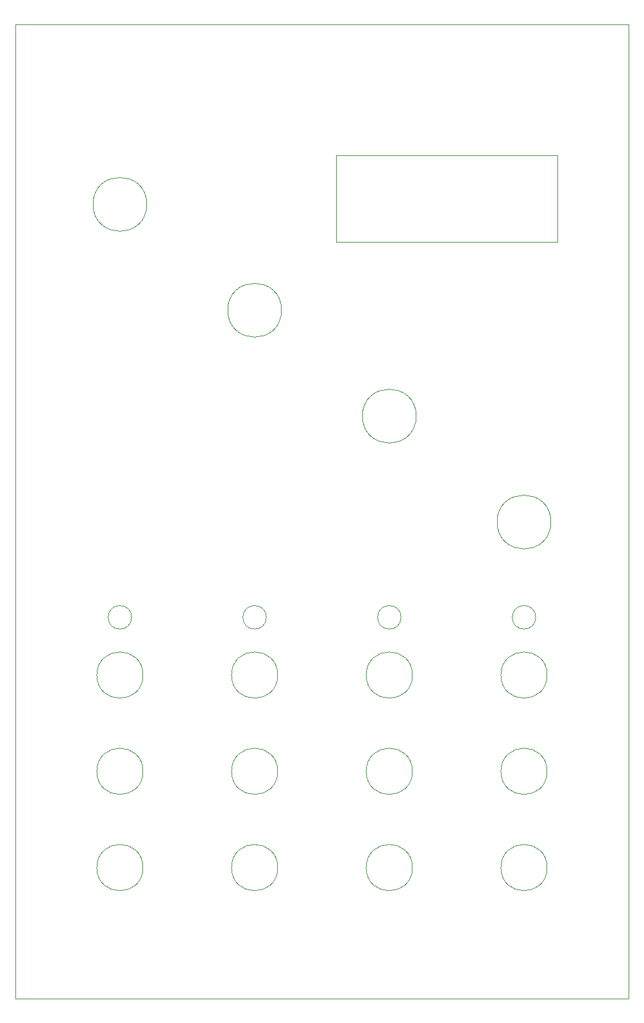
<source format=gbr>
G04 #@! TF.GenerationSoftware,KiCad,Pcbnew,5.1.6-c6e7f7d~87~ubuntu18.04.1*
G04 #@! TF.CreationDate,2020-08-19T11:01:40-04:00*
G04 #@! TF.ProjectId,qual_ADSR_front_panel,7175616c-5f41-4445-9352-5f66726f6e74,0*
G04 #@! TF.SameCoordinates,Original*
G04 #@! TF.FileFunction,Profile,NP*
%FSLAX46Y46*%
G04 Gerber Fmt 4.6, Leading zero omitted, Abs format (unit mm)*
G04 Created by KiCad (PCBNEW 5.1.6-c6e7f7d~87~ubuntu18.04.1) date 2020-08-19 11:01:40*
%MOMM*%
%LPD*%
G01*
G04 APERTURE LIST*
G04 #@! TA.AperFunction,Profile*
%ADD10C,0.050000*%
G04 #@! TD*
G04 APERTURE END LIST*
D10*
X42355000Y-28690000D02*
X71565000Y-28690000D01*
X71565000Y-17260000D02*
X71565000Y-28690000D01*
X42355000Y-17260000D02*
X42355000Y-28690000D01*
X42355000Y-17260000D02*
X71565000Y-17260000D01*
X68670000Y-78220000D02*
G75*
G03*
X68670000Y-78220000I-1550000J0D01*
G01*
X50890000Y-78220000D02*
G75*
G03*
X50890000Y-78220000I-1550000J0D01*
G01*
X33110000Y-78220000D02*
G75*
G03*
X33110000Y-78220000I-1550000J0D01*
G01*
X15330000Y-78220000D02*
G75*
G03*
X15330000Y-78220000I-1550000J0D01*
G01*
X70670000Y-65647000D02*
G75*
G03*
X70670000Y-65647000I-3550000J0D01*
G01*
X52890000Y-51677000D02*
G75*
G03*
X52890000Y-51677000I-3550000J0D01*
G01*
X35110000Y-37707000D02*
G75*
G03*
X35110000Y-37707000I-3550000J0D01*
G01*
X17330000Y-23737000D02*
G75*
G03*
X17330000Y-23737000I-3550000J0D01*
G01*
X52390000Y-111240000D02*
G75*
G03*
X52390000Y-111240000I-3050000J0D01*
G01*
X34610000Y-111240000D02*
G75*
G03*
X34610000Y-111240000I-3050000J0D01*
G01*
X70170000Y-111240000D02*
G75*
G03*
X70170000Y-111240000I-3050000J0D01*
G01*
X16830000Y-111240000D02*
G75*
G03*
X16830000Y-111240000I-3050000J0D01*
G01*
X52390000Y-98540000D02*
G75*
G03*
X52390000Y-98540000I-3050000J0D01*
G01*
X34610000Y-98540000D02*
G75*
G03*
X34610000Y-98540000I-3050000J0D01*
G01*
X70170000Y-98540000D02*
G75*
G03*
X70170000Y-98540000I-3050000J0D01*
G01*
X16830000Y-98540000D02*
G75*
G03*
X16830000Y-98540000I-3050000J0D01*
G01*
X70170000Y-85840000D02*
G75*
G03*
X70170000Y-85840000I-3050000J0D01*
G01*
X34610000Y-85840000D02*
G75*
G03*
X34610000Y-85840000I-3050000J0D01*
G01*
X52390000Y-85840000D02*
G75*
G03*
X52390000Y-85840000I-3050000J0D01*
G01*
X16830000Y-85840000D02*
G75*
G03*
X16830000Y-85840000I-3050000J0D01*
G01*
X80900000Y0D02*
X80900000Y-128500000D01*
X0Y-128500000D02*
X80900000Y-128500000D01*
X0Y0D02*
X80900000Y0D01*
X0Y0D02*
X0Y-128500000D01*
M02*

</source>
